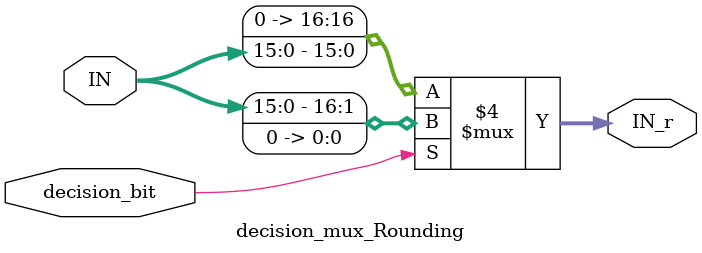
<source format=v>


// Company: iCAS Lab, University of South Carolina
// Engineer: Mohammed E. Elbtity
// Create Date: 06/28/2023 12:47:35 AM
// Design Name: 
// Module Name: decision_mux_Rounding
// Project Name: 
// Target Devices: 
// Tool Versions: 
// Description: 
// 
// Dependencies: 
// 
// Revision:
// Revision 0.01 - File Created
// Additional Comments:
// 
//////////////////////////////////////////////////////////////////////////////////


`timescale 1ns / 1ps

module decision_mux_Rounding #(parameter WIDTH = 16, LOG2_WIDTH = 4) //Decide to shift left by one or no according to bit at k-1
(
input	wire	[WIDTH-1:0]		IN, //2**k 
input	wire					decision_bit, //bit postion k-1 in multiplicant
output	reg		[WIDTH:0]		IN_r	//(rounded IN) width is larger because the number may be rounded to 2**16
);


always@(*)
begin
if(decision_bit)
	IN_r = IN << 1 ; //multiplied by 2
else
	IN_r = IN ;
end

endmodule

</source>
